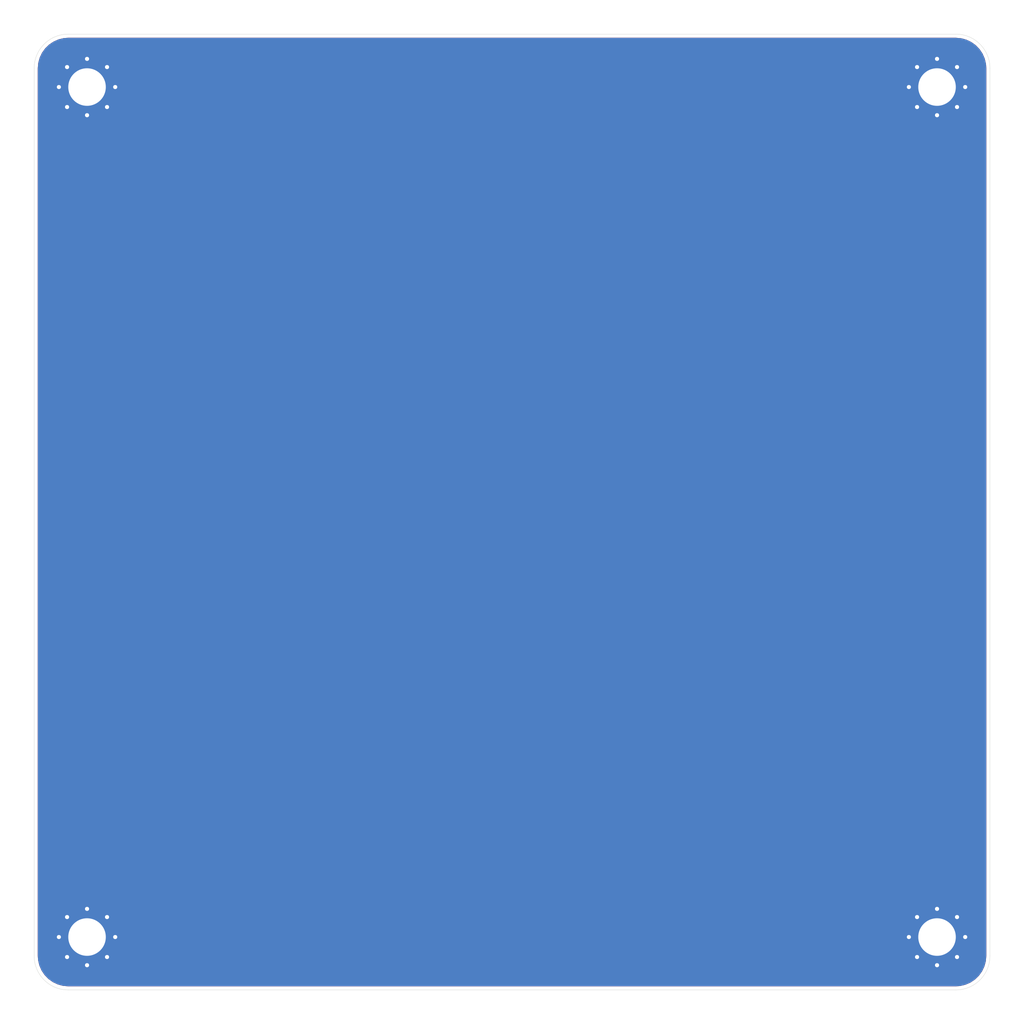
<source format=kicad_pcb>
(kicad_pcb (version 20171130) (host pcbnew "(5.1.2)-1")

  (general
    (thickness 1.6)
    (drawings 13)
    (tracks 0)
    (zones 0)
    (modules 6)
    (nets 2)
  )

  (page A4)
  (layers
    (0 F.Cu signal)
    (31 B.Cu signal)
    (32 B.Adhes user)
    (33 F.Adhes user)
    (34 B.Paste user)
    (35 F.Paste user)
    (36 B.SilkS user)
    (37 F.SilkS user)
    (38 B.Mask user)
    (39 F.Mask user)
    (40 Dwgs.User user)
    (41 Cmts.User user)
    (42 Eco1.User user)
    (43 Eco2.User user)
    (44 Edge.Cuts user)
    (45 Margin user)
    (46 B.CrtYd user)
    (47 F.CrtYd user)
    (48 B.Fab user)
    (49 F.Fab user)
  )

  (setup
    (last_trace_width 0.25)
    (trace_clearance 0.2)
    (zone_clearance 0.508)
    (zone_45_only no)
    (trace_min 0.2)
    (via_size 0.8)
    (via_drill 0.4)
    (via_min_size 0.4)
    (via_min_drill 0.3)
    (uvia_size 0.3)
    (uvia_drill 0.1)
    (uvias_allowed no)
    (uvia_min_size 0.2)
    (uvia_min_drill 0.1)
    (edge_width 0.05)
    (segment_width 0.2)
    (pcb_text_width 0.3)
    (pcb_text_size 1.5 1.5)
    (mod_edge_width 0.12)
    (mod_text_size 1 1)
    (mod_text_width 0.15)
    (pad_size 1.524 1.524)
    (pad_drill 0.762)
    (pad_to_mask_clearance 0.051)
    (solder_mask_min_width 0.25)
    (aux_axis_origin 0 0)
    (visible_elements 7FFFFFFF)
    (pcbplotparams
      (layerselection 0x010f0_ffffffff)
      (usegerberextensions true)
      (usegerberattributes false)
      (usegerberadvancedattributes false)
      (creategerberjobfile false)
      (excludeedgelayer true)
      (linewidth 0.100000)
      (plotframeref false)
      (viasonmask false)
      (mode 1)
      (useauxorigin false)
      (hpglpennumber 1)
      (hpglpenspeed 20)
      (hpglpendiameter 15.000000)
      (psnegative false)
      (psa4output false)
      (plotreference true)
      (plotvalue true)
      (plotinvisibletext false)
      (padsonsilk false)
      (subtractmaskfromsilk true)
      (outputformat 1)
      (mirror false)
      (drillshape 0)
      (scaleselection 1)
      (outputdirectory "Gerber"))
  )

  (net 0 "")
  (net 1 GND)

  (net_class Default "This is the default net class."
    (clearance 0.2)
    (trace_width 0.25)
    (via_dia 0.8)
    (via_drill 0.4)
    (uvia_dia 0.3)
    (uvia_drill 0.1)
    (add_net GND)
  )

  (module locallib:ai-ring-small-mask (layer B.Cu) (tedit 0) (tstamp 5D68361F)
    (at 45 155 180)
    (fp_text reference G*** (at 0 0) (layer Dwgs.User) hide
      (effects (font (size 1.524 1.524) (thickness 0.3)))
    )
    (fp_text value LOGO (at 0.75 0) (layer Dwgs.User) hide
      (effects (font (size 1.524 1.524) (thickness 0.3)))
    )
    (fp_poly (pts (xy 0.1905 1.0795) (xy -0.214312 1.0795) (xy -0.214312 1.484312) (xy 0.1905 1.484312)
      (xy 0.1905 1.0795)) (layer B.Mask) (width 0.01))
    (fp_poly (pts (xy 0.595313 0.293687) (xy 0.1905 0.293687) (xy 0.1905 0.674687) (xy 0.595313 0.674687)
      (xy 0.595313 0.293687)) (layer B.Mask) (width 0.01))
    (fp_poly (pts (xy -0.214312 0.293687) (xy -0.595312 0.293687) (xy -0.595312 0.674687) (xy -0.214312 0.674687)
      (xy -0.214312 0.293687)) (layer B.Mask) (width 0.01))
    (fp_poly (pts (xy 0.976313 -0.515938) (xy 0.595313 -0.515938) (xy 0.595313 -0.111125) (xy 0.976313 -0.111125)
      (xy 0.976313 -0.515938)) (layer B.Mask) (width 0.01))
    (fp_poly (pts (xy 0.1905 -0.515938) (xy -0.214312 -0.515938) (xy -0.214312 -0.111125) (xy 0.1905 -0.111125)
      (xy 0.1905 -0.515938)) (layer B.Mask) (width 0.01))
    (fp_poly (pts (xy -0.595312 -0.515938) (xy -1.000125 -0.515938) (xy -1.000125 -0.111125) (xy -0.595312 -0.111125)
      (xy -0.595312 -0.515938)) (layer B.Mask) (width 0.01))
    (fp_poly (pts (xy 1.381125 -1.30175) (xy 0.976313 -1.30175) (xy 0.976313 -0.896938) (xy 1.381125 -0.896938)
      (xy 1.381125 -1.30175)) (layer B.Mask) (width 0.01))
    (fp_poly (pts (xy -1.000125 -1.30175) (xy -1.404937 -1.30175) (xy -1.404937 -0.896938) (xy -1.000125 -0.896938)
      (xy -1.000125 -1.30175)) (layer B.Mask) (width 0.01))
    (fp_poly (pts (xy 0.003969 2.971955) (xy 0.128087 2.970585) (xy 0.239799 2.966428) (xy 0.342392 2.959081)
      (xy 0.439156 2.94814) (xy 0.533378 2.933202) (xy 0.628347 2.913863) (xy 0.727351 2.889719)
      (xy 0.77263 2.877582) (xy 0.981177 2.812344) (xy 1.183265 2.733008) (xy 1.378128 2.639972)
      (xy 1.564999 2.533632) (xy 1.743114 2.414384) (xy 1.89526 2.296383) (xy 2.052928 2.155658)
      (xy 2.200265 2.004213) (xy 2.336586 1.843115) (xy 2.461208 1.673433) (xy 2.573447 1.496234)
      (xy 2.67262 1.312584) (xy 2.758042 1.123553) (xy 2.82903 0.930207) (xy 2.877784 0.762197)
      (xy 2.910855 0.622211) (xy 2.936215 0.490275) (xy 2.954607 0.361003) (xy 2.966775 0.229007)
      (xy 2.973461 0.0889) (xy 2.974114 0.0635) (xy 2.971395 -0.154797) (xy 2.9532 -0.36958)
      (xy 2.919535 -0.580821) (xy 2.870406 -0.788489) (xy 2.805819 -0.992555) (xy 2.741622 -1.156487)
      (xy 2.713539 -1.221752) (xy 2.689477 -1.27591) (xy 2.667608 -1.322613) (xy 2.646107 -1.365513)
      (xy 2.623146 -1.408263) (xy 2.5969 -1.454515) (xy 2.567775 -1.504156) (xy 2.448556 -1.690427)
      (xy 2.318452 -1.865153) (xy 2.177329 -2.028465) (xy 2.025055 -2.180496) (xy 1.861497 -2.32138)
      (xy 1.686524 -2.451248) (xy 1.504156 -2.567775) (xy 1.451327 -2.598744) (xy 1.405414 -2.624721)
      (xy 1.362765 -2.647531) (xy 1.319728 -2.669001) (xy 1.272651 -2.690957) (xy 1.217881 -2.715225)
      (xy 1.156487 -2.741622) (xy 1.060254 -2.781169) (xy 0.971536 -2.814208) (xy 0.884422 -2.842695)
      (xy 0.792998 -2.868589) (xy 0.710406 -2.889322) (xy 0.54589 -2.924876) (xy 0.388795 -2.950553)
      (xy 0.234567 -2.966893) (xy 0.078649 -2.974436) (xy -0.011906 -2.975013) (xy -0.063125 -2.974498)
      (xy -0.111246 -2.973793) (xy -0.153126 -2.97296) (xy -0.185622 -2.972063) (xy -0.20559 -2.971165)
      (xy -0.206375 -2.971109) (xy -0.422549 -2.947157) (xy -0.635306 -2.90817) (xy -0.843787 -2.854467)
      (xy -1.047132 -2.786363) (xy -1.244484 -2.704176) (xy -1.434982 -2.608225) (xy -1.617768 -2.498826)
      (xy -1.768724 -2.393796) (xy -1.941651 -2.255449) (xy -2.102335 -2.107088) (xy -2.250549 -1.949039)
      (xy -2.386071 -1.781632) (xy -2.508676 -1.605194) (xy -2.618139 -1.420052) (xy -2.714237 -1.226535)
      (xy -2.796744 -1.024971) (xy -2.865437 -0.815688) (xy -2.877582 -0.77263) (xy -2.903948 -0.670835)
      (xy -2.925333 -0.574511) (xy -2.942141 -0.480367) (xy -2.954775 -0.385117) (xy -2.96364 -0.28547)
      (xy -2.969138 -0.17814) (xy -2.971674 -0.059836) (xy -2.971955 -0.003969) (xy -2.97128 0.051392)
      (xy -2.439206 0.051392) (xy -2.439103 -0.028746) (xy -2.437437 -0.10841) (xy -2.434241 -0.183537)
      (xy -2.429544 -0.25006) (xy -2.425824 -0.28575) (xy -2.39395 -0.483048) (xy -2.347299 -0.674663)
      (xy -2.286049 -0.860222) (xy -2.210381 -1.039349) (xy -2.120473 -1.211669) (xy -2.016506 -1.376809)
      (xy -1.898659 -1.534393) (xy -1.767112 -1.684047) (xy -1.744776 -1.70726) (xy -1.610542 -1.834334)
      (xy -1.46484 -1.95227) (xy -1.310369 -2.05909) (xy -1.149831 -2.152816) (xy -1.104042 -2.176504)
      (xy -1.029634 -2.213153) (xy -0.964393 -2.243372) (xy -0.903896 -2.26894) (xy -0.843722 -2.291634)
      (xy -0.779449 -2.313233) (xy -0.714375 -2.333227) (xy -0.525162 -2.38264) (xy -0.339411 -2.417091)
      (xy -0.155673 -2.436714) (xy 0.027503 -2.441642) (xy 0.211564 -2.432011) (xy 0.278106 -2.425031)
      (xy 0.465438 -2.396087) (xy 0.645019 -2.354278) (xy 0.819357 -2.298854) (xy 0.990959 -2.229064)
      (xy 1.087916 -2.182866) (xy 1.258548 -2.089447) (xy 1.417964 -1.985712) (xy 1.566922 -1.870974)
      (xy 1.706179 -1.74455) (xy 1.836494 -1.605754) (xy 1.958624 -1.453903) (xy 2.066892 -1.298259)
      (xy 2.092018 -1.257068) (xy 2.121341 -1.20494) (xy 2.153041 -1.145496) (xy 2.185299 -1.082356)
      (xy 2.216293 -1.01914) (xy 2.244206 -0.959467) (xy 2.267215 -0.906957) (xy 2.280653 -0.873125)
      (xy 2.34352 -0.681584) (xy 2.390916 -0.488845) (xy 2.4228 -0.29545) (xy 2.43913 -0.10194)
      (xy 2.439868 0.091143) (xy 2.424972 0.283258) (xy 2.394402 0.473864) (xy 2.384599 0.519906)
      (xy 2.35095 0.656199) (xy 2.312642 0.782382) (xy 2.267704 0.903993) (xy 2.214163 1.026568)
      (xy 2.176504 1.104042) (xy 2.082799 1.27289) (xy 1.975974 1.433327) (xy 1.856798 1.584632)
      (xy 1.726037 1.726086) (xy 1.58446 1.856969) (xy 1.432834 1.97656) (xy 1.271927 2.08414)
      (xy 1.102507 2.178989) (xy 0.958325 2.24652) (xy 0.786697 2.312915) (xy 0.614143 2.364913)
      (xy 0.438656 2.402922) (xy 0.258226 2.427349) (xy 0.070845 2.438603) (xy 0.007938 2.439493)
      (xy -0.190157 2.433123) (xy -0.381785 2.412478) (xy -0.567719 2.377327) (xy -0.748735 2.327433)
      (xy -0.925606 2.262565) (xy -1.099106 2.182487) (xy -1.270009 2.086965) (xy -1.370706 2.022756)
      (xy -1.510139 1.921228) (xy -1.644337 1.806722) (xy -1.771659 1.681161) (xy -1.890465 1.546469)
      (xy -1.999114 1.404569) (xy -2.095965 1.257385) (xy -2.179378 1.106839) (xy -2.214174 1.03392)
      (xy -2.275577 0.889061) (xy -2.325808 0.749822) (xy -2.366065 0.611874) (xy -2.397544 0.470886)
      (xy -2.421444 0.322529) (xy -2.429845 0.254) (xy -2.434608 0.19683) (xy -2.437718 0.127939)
      (xy -2.439206 0.051392) (xy -2.97128 0.051392) (xy -2.97021 0.139027) (xy -2.964336 0.269894)
      (xy -2.953762 0.391975) (xy -2.937915 0.508615) (xy -2.916223 0.623156) (xy -2.888113 0.738941)
      (xy -2.853014 0.859313) (xy -2.810353 0.987616) (xy -2.794659 1.031875) (xy -2.716274 1.226594)
      (xy -2.623434 1.414928) (xy -2.516328 1.596615) (xy -2.395148 1.771392) (xy -2.260083 1.938997)
      (xy -2.111326 2.099167) (xy -1.949067 2.25164) (xy -1.842229 2.341821) (xy -1.7564 2.407314)
      (xy -1.658861 2.47464) (xy -1.553252 2.541588) (xy -1.443214 2.605945) (xy -1.332387 2.6655)
      (xy -1.224411 2.718042) (xy -1.218406 2.720785) (xy -1.148446 2.750658) (xy -1.067265 2.782044)
      (xy -0.979233 2.813464) (xy -0.888721 2.843438) (xy -0.800099 2.870489) (xy -0.717736 2.893136)
      (xy -0.68585 2.901029) (xy -0.592625 2.921797) (xy -0.503651 2.938457) (xy -0.415647 2.951348)
      (xy -0.325331 2.960805) (xy -0.229422 2.967168) (xy -0.12464 2.970772) (xy -0.007705 2.971956)
      (xy 0.003969 2.971955)) (layer B.Mask) (width 0.01))
  )

  (module locallib:ai-ring-25mm-mask (layer F.Cu) (tedit 0) (tstamp 5D683158)
    (at 100 100)
    (fp_text reference G*** (at 0 0) (layer F.SilkS) hide
      (effects (font (size 1.524 1.524) (thickness 0.3)))
    )
    (fp_text value LOGO (at 0.75 0) (layer F.SilkS) hide
      (effects (font (size 1.524 1.524) (thickness 0.3)))
    )
    (fp_poly (pts (xy 0.812799 -4.605867) (xy -0.9144 -4.605867) (xy -0.9144 -6.333067) (xy 0.812799 -6.333067)
      (xy 0.812799 -4.605867)) (layer F.Mask) (width 0.01))
    (fp_poly (pts (xy 2.539999 -1.253067) (xy 0.812799 -1.253067) (xy 0.812799 -2.878667) (xy 2.539999 -2.878667)
      (xy 2.539999 -1.253067)) (layer F.Mask) (width 0.01))
    (fp_poly (pts (xy -0.9144 -1.253067) (xy -2.54 -1.253067) (xy -2.54 -2.878667) (xy -0.9144 -2.878667)
      (xy -0.9144 -1.253067)) (layer F.Mask) (width 0.01))
    (fp_poly (pts (xy 4.1656 2.201333) (xy 2.539999 2.201333) (xy 2.539999 0.474133) (xy 4.1656 0.474133)
      (xy 4.1656 2.201333)) (layer F.Mask) (width 0.01))
    (fp_poly (pts (xy 0.812799 2.201333) (xy -0.9144 2.201333) (xy -0.9144 0.474133) (xy 0.812799 0.474133)
      (xy 0.812799 2.201333)) (layer F.Mask) (width 0.01))
    (fp_poly (pts (xy -2.54 2.201333) (xy -4.2672 2.201333) (xy -4.2672 0.474133) (xy -2.54 0.474133)
      (xy -2.54 2.201333)) (layer F.Mask) (width 0.01))
    (fp_poly (pts (xy 5.8928 5.554133) (xy 4.1656 5.554133) (xy 4.1656 3.826933) (xy 5.8928 3.826933)
      (xy 5.8928 5.554133)) (layer F.Mask) (width 0.01))
    (fp_poly (pts (xy -4.2672 5.554133) (xy -5.994401 5.554133) (xy -5.994401 3.826933) (xy -4.2672 3.826933)
      (xy -4.2672 5.554133)) (layer F.Mask) (width 0.01))
    (fp_poly (pts (xy 0.016933 -12.680344) (xy 0.546505 -12.674496) (xy 1.023142 -12.65676) (xy 1.460873 -12.625413)
      (xy 1.873731 -12.578733) (xy 2.275745 -12.514997) (xy 2.680946 -12.432483) (xy 3.103365 -12.329468)
      (xy 3.296553 -12.277682) (xy 4.186355 -11.999333) (xy 5.048597 -11.660836) (xy 5.880011 -11.263883)
      (xy 6.67733 -10.810164) (xy 7.437287 -10.301371) (xy 8.08644 -9.797903) (xy 8.759159 -9.197475)
      (xy 9.387796 -8.551309) (xy 9.969433 -7.86396) (xy 10.501154 -7.139982) (xy 10.980041 -6.38393)
      (xy 11.403177 -5.60036) (xy 11.767645 -4.793827) (xy 12.070528 -3.968884) (xy 12.278545 -3.25204)
      (xy 12.419646 -2.654767) (xy 12.527849 -2.091842) (xy 12.606324 -1.54028) (xy 12.65824 -0.977096)
      (xy 12.686765 -0.379307) (xy 12.689554 -0.270934) (xy 12.677951 0.660466) (xy 12.60032 1.576875)
      (xy 12.456684 2.478167) (xy 12.247067 3.364218) (xy 11.971493 4.2349) (xy 11.697585 4.934344)
      (xy 11.577768 5.212808) (xy 11.475102 5.443881) (xy 11.381795 5.643147) (xy 11.290055 5.826189)
      (xy 11.19209 6.008589) (xy 11.080108 6.205931) (xy 10.955841 6.417733) (xy 10.447174 7.21249)
      (xy 9.892061 7.957984) (xy 9.289936 8.654783) (xy 8.640234 9.303451) (xy 7.942388 9.904554)
      (xy 7.195835 10.458657) (xy 6.417733 10.955841) (xy 6.192327 11.087975) (xy 5.996431 11.198808)
      (xy 5.814463 11.296131) (xy 5.630839 11.387736) (xy 5.429977 11.481415) (xy 5.196294 11.58496)
      (xy 4.934344 11.697585) (xy 4.523748 11.866322) (xy 4.14522 12.007287) (xy 3.773532 12.128833)
      (xy 3.383457 12.239312) (xy 3.031066 12.327773) (xy 2.329129 12.479472) (xy 1.658859 12.589026)
      (xy 1.000819 12.658742) (xy 0.335568 12.690925) (xy -0.0508 12.693388) (xy -0.269333 12.691191)
      (xy -0.47465 12.688181) (xy -0.65334 12.684629) (xy -0.791989 12.680802) (xy -0.877185 12.676971)
      (xy -0.880534 12.67673) (xy -1.802875 12.574536) (xy -2.710638 12.408193) (xy -3.600157 12.179057)
      (xy -4.467765 11.88848) (xy -5.309798 11.537819) (xy -6.12259 11.128427) (xy -6.902476 10.661659)
      (xy -7.546554 10.213528) (xy -8.284379 9.623249) (xy -8.969962 8.99024) (xy -9.602345 8.3159)
      (xy -10.180571 7.601629) (xy -10.703684 6.848826) (xy -11.170727 6.058889) (xy -11.580743 5.233217)
      (xy -11.932774 4.37321) (xy -12.225865 3.480267) (xy -12.277682 3.296553) (xy -12.390178 2.862231)
      (xy -12.481421 2.451246) (xy -12.553135 2.049567) (xy -12.607041 1.643164) (xy -12.644863 1.218005)
      (xy -12.668324 0.760061) (xy -12.679145 0.255301) (xy -12.680344 0.016933) (xy -12.677461 -0.219274)
      (xy -10.40728 -0.219274) (xy -10.406838 0.122649) (xy -10.399734 0.462551) (xy -10.386096 0.783089)
      (xy -10.366055 1.066921) (xy -10.350184 1.219199) (xy -10.214189 2.061003) (xy -10.015142 2.878562)
      (xy -9.75381 3.670279) (xy -9.430958 4.434554) (xy -9.047353 5.169789) (xy -8.603761 5.874386)
      (xy -8.100946 6.546745) (xy -7.539677 7.185267) (xy -7.444378 7.284309) (xy -6.871645 7.826493)
      (xy -6.249983 8.329686) (xy -5.590909 8.78545) (xy -4.905946 9.185349) (xy -4.710581 9.286415)
      (xy -4.393106 9.442785) (xy -4.114742 9.57172) (xy -3.856622 9.680808) (xy -3.59988 9.777637)
      (xy -3.325649 9.869795) (xy -3.048 9.955103) (xy -2.240693 10.165932) (xy -1.448155 10.312922)
      (xy -0.664204 10.396645) (xy 0.117344 10.417674) (xy 0.902674 10.37658) (xy 1.186586 10.346797)
      (xy 1.985867 10.223305) (xy 2.75208 10.04492) (xy 3.495922 9.808441) (xy 4.228089 9.510672)
      (xy 4.641773 9.31356) (xy 5.369803 8.914974) (xy 6.049978 8.472369) (xy 6.685532 7.982822)
      (xy 7.279698 7.443412) (xy 7.835708 6.851219) (xy 8.356796 6.20332) (xy 8.818739 5.53924)
      (xy 8.925941 5.363488) (xy 9.051053 5.141077) (xy 9.186307 4.88745) (xy 9.32394 4.618053)
      (xy 9.456185 4.34833) (xy 9.575277 4.093724) (xy 9.67345 3.869681) (xy 9.730784 3.725333)
      (xy 9.99902 2.908091) (xy 10.201242 2.085739) (xy 10.337278 1.260586) (xy 10.406956 0.434943)
      (xy 10.410103 -0.388879) (xy 10.346547 -1.20857) (xy 10.216115 -2.021819) (xy 10.174287 -2.218267)
      (xy 10.030718 -2.799783) (xy 9.867274 -3.338166) (xy 9.675538 -3.857038) (xy 9.447096 -4.380023)
      (xy 9.286415 -4.710581) (xy 8.886608 -5.430998) (xy 8.430824 -6.115528) (xy 7.922338 -6.761097)
      (xy 7.364426 -7.364634) (xy 6.760364 -7.923067) (xy 6.113426 -8.433324) (xy 5.426889 -8.892332)
      (xy 4.704028 -9.297019) (xy 4.088854 -9.585154) (xy 3.356572 -9.868438) (xy 2.620343 -10.090296)
      (xy 1.871597 -10.252466) (xy 1.101763 -10.35669) (xy 0.302273 -10.404707) (xy 0.033866 -10.408504)
      (xy -0.811336 -10.381323) (xy -1.628948 -10.293242) (xy -2.42227 -10.143261) (xy -3.194605 -9.930383)
      (xy -3.949254 -9.65361) (xy -4.68952 -9.311943) (xy -5.418704 -8.904385) (xy -5.848344 -8.630425)
      (xy -6.443259 -8.19724) (xy -7.015837 -7.708681) (xy -7.559079 -7.172955) (xy -8.065984 -6.598269)
      (xy -8.529552 -5.992829) (xy -8.942784 -5.364841) (xy -9.29868 -4.722513) (xy -9.447142 -4.411392)
      (xy -9.709128 -3.793326) (xy -9.923448 -3.199241) (xy -10.095209 -2.610663) (xy -10.229523 -2.009115)
      (xy -10.331496 -1.376124) (xy -10.36734 -1.083734) (xy -10.38766 -0.839808) (xy -10.40093 -0.545874)
      (xy -10.40728 -0.219274) (xy -12.677461 -0.219274) (xy -12.672897 -0.593181) (xy -12.647836 -1.151546)
      (xy -12.602719 -1.672428) (xy -12.535104 -2.170091) (xy -12.44255 -2.658798) (xy -12.322616 -3.152814)
      (xy -12.17286 -3.666404) (xy -11.99084 -4.213831) (xy -11.923878 -4.402667) (xy -11.589437 -5.233469)
      (xy -11.193318 -6.037027) (xy -10.736333 -6.812224) (xy -10.219297 -7.557938) (xy -9.643023 -8.273052)
      (xy -9.008326 -8.956446) (xy -8.316019 -9.607) (xy -7.860178 -9.991768) (xy -7.493976 -10.271206)
      (xy -7.077809 -10.558464) (xy -6.62721 -10.844107) (xy -6.157713 -11.118698) (xy -5.68485 -11.372802)
      (xy -5.224155 -11.596981) (xy -5.198534 -11.608685) (xy -4.900035 -11.736142) (xy -4.553662 -11.870055)
      (xy -4.178061 -12.004112) (xy -3.791877 -12.132004) (xy -3.413754 -12.247419) (xy -3.06234 -12.344048)
      (xy -2.926294 -12.377726) (xy -2.528536 -12.466334) (xy -2.148913 -12.537418) (xy -1.773426 -12.592417)
      (xy -1.388078 -12.63277) (xy -0.978868 -12.659917) (xy -0.5318 -12.675296) (xy -0.032874 -12.680348)
      (xy 0.016933 -12.680344)) (layer F.Mask) (width 0.01))
  )

  (module locallib:MountingHole_5.5mm_Pad_Via locked (layer F.Cu) (tedit 5D67D6B6) (tstamp 5D67D701)
    (at 37.75 162.25)
    (descr "Mounting Hole 5.5mm")
    (tags "mounting hole 5.5mm")
    (path /5D67D723)
    (attr virtual)
    (fp_text reference MH4 (at 0 -6.5) (layer Dwgs.User)
      (effects (font (size 1 1) (thickness 0.15)))
    )
    (fp_text value MountingHole (at 0 6.5) (layer Dwgs.User)
      (effects (font (size 1 1) (thickness 0.15)))
    )
    (fp_circle (center 0 0) (end 5.75 0) (layer F.CrtYd) (width 0.05))
    (fp_circle (center 0 0) (end 5.5 0) (layer Cmts.User) (width 0.15))
    (fp_text user %R (at 0.3 0) (layer F.Fab)
      (effects (font (size 1 1) (thickness 0.15)))
    )
    (pad 1 thru_hole circle (at 2.926815 -2.926815) (size 0.9 0.9) (drill 0.6) (layers *.Cu F.Mask)
      (net 1 GND))
    (pad 1 thru_hole circle (at 0 -4.125) (size 0.9 0.9) (drill 0.6) (layers *.Cu F.Mask)
      (net 1 GND))
    (pad 1 thru_hole circle (at -2.926815 -2.926815) (size 0.9 0.9) (drill 0.6) (layers *.Cu F.Mask)
      (net 1 GND))
    (pad 1 thru_hole circle (at -4.125 0) (size 0.9 0.9) (drill 0.6) (layers *.Cu F.Mask)
      (net 1 GND))
    (pad 1 thru_hole circle (at -2.926815 2.926815) (size 0.9 0.9) (drill 0.6) (layers *.Cu F.Mask)
      (net 1 GND))
    (pad 1 thru_hole circle (at 0 4.125) (size 0.9 0.9) (drill 0.6) (layers *.Cu F.Mask)
      (net 1 GND))
    (pad 1 thru_hole circle (at 2.926815 2.926815) (size 0.9 0.9) (drill 0.6) (layers *.Cu F.Mask)
      (net 1 GND))
    (pad 1 thru_hole circle (at 4.125 0) (size 0.9 0.9) (drill 0.6) (layers *.Cu F.Mask)
      (net 1 GND))
    (pad 1 thru_hole circle (at 0 0) (size 11 11) (drill 5.5) (layers *.Cu F.Mask)
      (net 1 GND))
  )

  (module locallib:MountingHole_5.5mm_Pad_Via locked (layer F.Cu) (tedit 5D67D6B6) (tstamp 5D67D6F1)
    (at 162.25 37.75)
    (descr "Mounting Hole 5.5mm")
    (tags "mounting hole 5.5mm")
    (path /5D67EA72)
    (attr virtual)
    (fp_text reference MH3 (at 0 -6.5) (layer Dwgs.User)
      (effects (font (size 1 1) (thickness 0.15)))
    )
    (fp_text value MountingHole (at 0 6.5) (layer Dwgs.User)
      (effects (font (size 1 1) (thickness 0.15)))
    )
    (fp_circle (center 0 0) (end 5.75 0) (layer F.CrtYd) (width 0.05))
    (fp_circle (center 0 0) (end 5.5 0) (layer Cmts.User) (width 0.15))
    (fp_text user %R (at 0.3 0) (layer F.Fab)
      (effects (font (size 1 1) (thickness 0.15)))
    )
    (pad 1 thru_hole circle (at 2.926815 -2.926815) (size 0.9 0.9) (drill 0.6) (layers *.Cu F.Mask)
      (net 1 GND))
    (pad 1 thru_hole circle (at 0 -4.125) (size 0.9 0.9) (drill 0.6) (layers *.Cu F.Mask)
      (net 1 GND))
    (pad 1 thru_hole circle (at -2.926815 -2.926815) (size 0.9 0.9) (drill 0.6) (layers *.Cu F.Mask)
      (net 1 GND))
    (pad 1 thru_hole circle (at -4.125 0) (size 0.9 0.9) (drill 0.6) (layers *.Cu F.Mask)
      (net 1 GND))
    (pad 1 thru_hole circle (at -2.926815 2.926815) (size 0.9 0.9) (drill 0.6) (layers *.Cu F.Mask)
      (net 1 GND))
    (pad 1 thru_hole circle (at 0 4.125) (size 0.9 0.9) (drill 0.6) (layers *.Cu F.Mask)
      (net 1 GND))
    (pad 1 thru_hole circle (at 2.926815 2.926815) (size 0.9 0.9) (drill 0.6) (layers *.Cu F.Mask)
      (net 1 GND))
    (pad 1 thru_hole circle (at 4.125 0) (size 0.9 0.9) (drill 0.6) (layers *.Cu F.Mask)
      (net 1 GND))
    (pad 1 thru_hole circle (at 0 0) (size 11 11) (drill 5.5) (layers *.Cu F.Mask)
      (net 1 GND))
  )

  (module locallib:MountingHole_5.5mm_Pad_Via locked (layer F.Cu) (tedit 5D67D6B6) (tstamp 5D67D6E1)
    (at 162.25 162.25)
    (descr "Mounting Hole 5.5mm")
    (tags "mounting hole 5.5mm")
    (path /5D67F0C2)
    (attr virtual)
    (fp_text reference MH2 (at 0 -6.5) (layer Dwgs.User)
      (effects (font (size 1 1) (thickness 0.15)))
    )
    (fp_text value MountingHole (at 0 6.5) (layer Dwgs.User)
      (effects (font (size 1 1) (thickness 0.15)))
    )
    (fp_circle (center 0 0) (end 5.75 0) (layer F.CrtYd) (width 0.05))
    (fp_circle (center 0 0) (end 5.5 0) (layer Cmts.User) (width 0.15))
    (fp_text user %R (at 0.3 0) (layer F.Fab)
      (effects (font (size 1 1) (thickness 0.15)))
    )
    (pad 1 thru_hole circle (at 2.926815 -2.926815) (size 0.9 0.9) (drill 0.6) (layers *.Cu F.Mask)
      (net 1 GND))
    (pad 1 thru_hole circle (at 0 -4.125) (size 0.9 0.9) (drill 0.6) (layers *.Cu F.Mask)
      (net 1 GND))
    (pad 1 thru_hole circle (at -2.926815 -2.926815) (size 0.9 0.9) (drill 0.6) (layers *.Cu F.Mask)
      (net 1 GND))
    (pad 1 thru_hole circle (at -4.125 0) (size 0.9 0.9) (drill 0.6) (layers *.Cu F.Mask)
      (net 1 GND))
    (pad 1 thru_hole circle (at -2.926815 2.926815) (size 0.9 0.9) (drill 0.6) (layers *.Cu F.Mask)
      (net 1 GND))
    (pad 1 thru_hole circle (at 0 4.125) (size 0.9 0.9) (drill 0.6) (layers *.Cu F.Mask)
      (net 1 GND))
    (pad 1 thru_hole circle (at 2.926815 2.926815) (size 0.9 0.9) (drill 0.6) (layers *.Cu F.Mask)
      (net 1 GND))
    (pad 1 thru_hole circle (at 4.125 0) (size 0.9 0.9) (drill 0.6) (layers *.Cu F.Mask)
      (net 1 GND))
    (pad 1 thru_hole circle (at 0 0) (size 11 11) (drill 5.5) (layers *.Cu F.Mask)
      (net 1 GND))
  )

  (module locallib:MountingHole_5.5mm_Pad_Via locked (layer F.Cu) (tedit 5D67D6B6) (tstamp 5D67D6D1)
    (at 37.75 37.75)
    (descr "Mounting Hole 5.5mm")
    (tags "mounting hole 5.5mm")
    (path /5D67F23E)
    (attr virtual)
    (fp_text reference MH1 (at 0 -6.5) (layer Dwgs.User)
      (effects (font (size 1 1) (thickness 0.15)))
    )
    (fp_text value MountingHole (at 0 6.5) (layer Dwgs.User)
      (effects (font (size 1 1) (thickness 0.15)))
    )
    (fp_circle (center 0 0) (end 5.75 0) (layer F.CrtYd) (width 0.05))
    (fp_circle (center 0 0) (end 5.5 0) (layer Cmts.User) (width 0.15))
    (fp_text user %R (at 0.3 0) (layer F.Fab)
      (effects (font (size 1 1) (thickness 0.15)))
    )
    (pad 1 thru_hole circle (at 2.926815 -2.926815) (size 0.9 0.9) (drill 0.6) (layers *.Cu F.Mask)
      (net 1 GND))
    (pad 1 thru_hole circle (at 0 -4.125) (size 0.9 0.9) (drill 0.6) (layers *.Cu F.Mask)
      (net 1 GND))
    (pad 1 thru_hole circle (at -2.926815 -2.926815) (size 0.9 0.9) (drill 0.6) (layers *.Cu F.Mask)
      (net 1 GND))
    (pad 1 thru_hole circle (at -4.125 0) (size 0.9 0.9) (drill 0.6) (layers *.Cu F.Mask)
      (net 1 GND))
    (pad 1 thru_hole circle (at -2.926815 2.926815) (size 0.9 0.9) (drill 0.6) (layers *.Cu F.Mask)
      (net 1 GND))
    (pad 1 thru_hole circle (at 0 4.125) (size 0.9 0.9) (drill 0.6) (layers *.Cu F.Mask)
      (net 1 GND))
    (pad 1 thru_hole circle (at 2.926815 2.926815) (size 0.9 0.9) (drill 0.6) (layers *.Cu F.Mask)
      (net 1 GND))
    (pad 1 thru_hole circle (at 4.125 0) (size 0.9 0.9) (drill 0.6) (layers *.Cu F.Mask)
      (net 1 GND))
    (pad 1 thru_hole circle (at 0 0) (size 11 11) (drill 5.5) (layers *.Cu F.Mask)
      (net 1 GND))
  )

  (gr_text "140mm Fan Vent Blocker | www.ai03.me" (at 100 162.5) (layer F.Mask)
    (effects (font (size 1.5 1.5) (thickness 0.3)))
  )
  (gr_line (start 35 170) (end 165 170) (layer Edge.Cuts) (width 0.05) (tstamp 5D682A21))
  (gr_line (start 30 35) (end 30 165) (layer Edge.Cuts) (width 0.05) (tstamp 5D682A20))
  (gr_line (start 165 30) (end 35 30) (layer Edge.Cuts) (width 0.05) (tstamp 5D682A1F))
  (gr_line (start 170 165) (end 170 35) (layer Edge.Cuts) (width 0.05) (tstamp 5D682A1E))
  (gr_arc (start 165 165) (end 165 170) (angle -90) (layer Edge.Cuts) (width 0.05))
  (gr_arc (start 35 165) (end 30 165) (angle -90) (layer Edge.Cuts) (width 0.05))
  (gr_arc (start 35 35) (end 35 30) (angle -90) (layer Edge.Cuts) (width 0.05))
  (gr_arc (start 165 35) (end 170 35) (angle -90) (layer Edge.Cuts) (width 0.05))
  (dimension 70 (width 0.15) (layer Dwgs.User)
    (gr_text "70.000 mm" (at 106.3 135 270) (layer Dwgs.User)
      (effects (font (size 1 1) (thickness 0.15)))
    )
    (feature1 (pts (xy 100 170) (xy 105.586421 170)))
    (feature2 (pts (xy 100 100) (xy 105.586421 100)))
    (crossbar (pts (xy 105 100) (xy 105 170)))
    (arrow1a (pts (xy 105 170) (xy 104.413579 168.873496)))
    (arrow1b (pts (xy 105 170) (xy 105.586421 168.873496)))
    (arrow2a (pts (xy 105 100) (xy 104.413579 101.126504)))
    (arrow2b (pts (xy 105 100) (xy 105.586421 101.126504)))
  )
  (dimension 70 (width 0.15) (layer Dwgs.User)
    (gr_text "70.000 mm" (at 106.3 65 90) (layer Dwgs.User)
      (effects (font (size 1 1) (thickness 0.15)))
    )
    (feature1 (pts (xy 100 30) (xy 105.586421 30)))
    (feature2 (pts (xy 100 100) (xy 105.586421 100)))
    (crossbar (pts (xy 105 100) (xy 105 30)))
    (arrow1a (pts (xy 105 30) (xy 105.586421 31.126504)))
    (arrow1b (pts (xy 105 30) (xy 104.413579 31.126504)))
    (arrow2a (pts (xy 105 100) (xy 105.586421 98.873496)))
    (arrow2b (pts (xy 105 100) (xy 104.413579 98.873496)))
  )
  (dimension 70 (width 0.15) (layer Dwgs.User)
    (gr_text "70.000 mm" (at 135 94.7) (layer Dwgs.User)
      (effects (font (size 1 1) (thickness 0.15)))
    )
    (feature1 (pts (xy 170 100) (xy 170 95.413579)))
    (feature2 (pts (xy 100 100) (xy 100 95.413579)))
    (crossbar (pts (xy 100 96) (xy 170 96)))
    (arrow1a (pts (xy 170 96) (xy 168.873496 96.586421)))
    (arrow1b (pts (xy 170 96) (xy 168.873496 95.413579)))
    (arrow2a (pts (xy 100 96) (xy 101.126504 96.586421)))
    (arrow2b (pts (xy 100 96) (xy 101.126504 95.413579)))
  )
  (dimension 70 (width 0.12) (layer Dwgs.User)
    (gr_text "70.000 mm" (at 65 94.730001) (layer Dwgs.User)
      (effects (font (size 1 1) (thickness 0.15)))
    )
    (feature1 (pts (xy 30 100) (xy 30 95.41358)))
    (feature2 (pts (xy 100 100) (xy 100 95.41358)))
    (crossbar (pts (xy 100 96.000001) (xy 30 96.000001)))
    (arrow1a (pts (xy 30 96.000001) (xy 31.126504 95.41358)))
    (arrow1b (pts (xy 30 96.000001) (xy 31.126504 96.586422)))
    (arrow2a (pts (xy 100 96.000001) (xy 98.873496 95.41358)))
    (arrow2b (pts (xy 100 96.000001) (xy 98.873496 96.586422)))
  )

  (zone (net 1) (net_name GND) (layer F.Cu) (tstamp 5D683418) (hatch edge 0.508)
    (connect_pads yes (clearance 0.508))
    (min_thickness 0.254)
    (fill yes (arc_segments 32) (thermal_gap 0.508) (thermal_bridge_width 0.508))
    (polygon
      (pts
        (xy 25 25) (xy 175 25) (xy 175 175) (xy 25 175)
      )
    )
    (filled_polygon
      (pts
        (xy 165.768083 30.731173) (xy 166.511891 30.934656) (xy 167.207905 31.266638) (xy 167.83413 31.716626) (xy 168.370777 32.270403)
        (xy 168.800871 32.910451) (xy 169.110829 33.616553) (xy 169.292065 34.371457) (xy 169.340001 35.02422) (xy 169.34 164.970608)
        (xy 169.268827 165.768083) (xy 169.065344 166.51189) (xy 168.733363 167.207904) (xy 168.283374 167.83413) (xy 167.729597 168.370777)
        (xy 167.089549 168.800871) (xy 166.383447 169.110829) (xy 165.628543 169.292065) (xy 164.975793 169.34) (xy 35.029392 169.34)
        (xy 34.231917 169.268827) (xy 33.48811 169.065344) (xy 32.792096 168.733363) (xy 32.16587 168.283374) (xy 31.629223 167.729597)
        (xy 31.199129 167.089549) (xy 30.889171 166.383447) (xy 30.707935 165.628543) (xy 30.66 164.975793) (xy 30.66 35.029392)
        (xy 30.731173 34.231917) (xy 30.934656 33.488109) (xy 31.266638 32.792095) (xy 31.716626 32.16587) (xy 32.270403 31.629223)
        (xy 32.910451 31.199129) (xy 33.616553 30.889171) (xy 34.371457 30.707935) (xy 35.024207 30.66) (xy 164.970608 30.66)
      )
    )
  )
  (zone (net 1) (net_name GND) (layer B.Cu) (tstamp 5D683415) (hatch edge 0.508)
    (connect_pads yes (clearance 0.508))
    (min_thickness 0.254)
    (fill yes (arc_segments 32) (thermal_gap 0.508) (thermal_bridge_width 0.508))
    (polygon
      (pts
        (xy 25 175) (xy 25 25) (xy 175 25) (xy 175 175)
      )
    )
    (filled_polygon
      (pts
        (xy 165.768083 30.731173) (xy 166.511891 30.934656) (xy 167.207905 31.266638) (xy 167.83413 31.716626) (xy 168.370777 32.270403)
        (xy 168.800871 32.910451) (xy 169.110829 33.616553) (xy 169.292065 34.371457) (xy 169.340001 35.02422) (xy 169.34 164.970608)
        (xy 169.268827 165.768083) (xy 169.065344 166.51189) (xy 168.733363 167.207904) (xy 168.283374 167.83413) (xy 167.729597 168.370777)
        (xy 167.089549 168.800871) (xy 166.383447 169.110829) (xy 165.628543 169.292065) (xy 164.975793 169.34) (xy 35.029392 169.34)
        (xy 34.231917 169.268827) (xy 33.48811 169.065344) (xy 32.792096 168.733363) (xy 32.16587 168.283374) (xy 31.629223 167.729597)
        (xy 31.199129 167.089549) (xy 30.889171 166.383447) (xy 30.707935 165.628543) (xy 30.66 164.975793) (xy 30.66 35.029392)
        (xy 30.731173 34.231917) (xy 30.934656 33.488109) (xy 31.266638 32.792095) (xy 31.716626 32.16587) (xy 32.270403 31.629223)
        (xy 32.910451 31.199129) (xy 33.616553 30.889171) (xy 34.371457 30.707935) (xy 35.024207 30.66) (xy 164.970608 30.66)
      )
    )
  )
)

</source>
